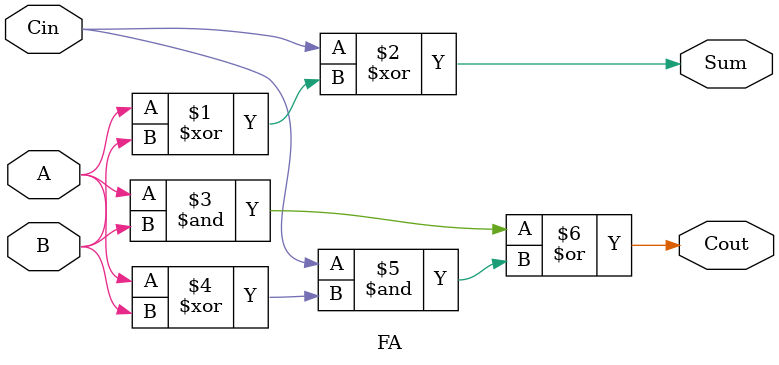
<source format=sv>
/**********************************************************************
* File Name	: Adder.sv
* Description 	: Half & Full Adder
* Creation Date : 20-11-2020
* Last Modified : Sat 21 Nov 2020 11:57:46 PM PST
* Author 	: Vinod Sake
* Email 	: vinodsake042@gmail.com
* GitHub	: github.com/vinodsake
*********************************************************************/
module HA (
	input	A,
	input	B,
	output	Sum,
	output	Cout
	);
	reg Sum, Cout;
	assign Sum = A ^ B;
       	assign Cout = A & B;	
endmodule

module FA (
	input	A,
	input	B,
	input	Cin,
	output	Sum,
	output	Cout
);
	reg Sum, Cout;
	assign Sum = Cin ^ (A ^ B);
	assign Cout = (A & B) | (Cin & (A ^ B)); 
endmodule

</source>
